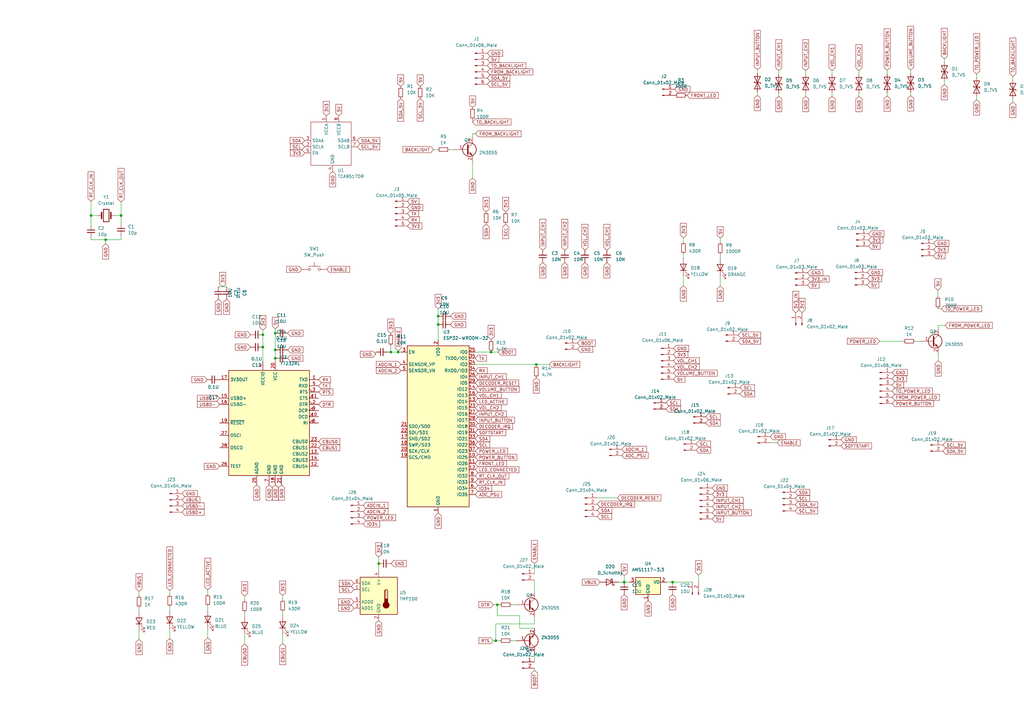
<source format=kicad_sch>
(kicad_sch (version 20230121) (generator eeschema)
  (paper "A3")
  (junction (at 203.327 262.763))
  (junction (at 201.422 144.399))
  (junction (at 179.705 129.667))
  (junction (at 112.903 146.939))
  (junction (at 107.823 137.287))
  (junction (at 160.274 144.399))
  (junction (at 155.321 231.14))
  (junction (at 163.322 144.399))
  (junction (at 219.964 149.479))
  (junction (at 179.705 133.096))
  (junction (at 43.307 98.298))
  (junction (at 49.657 88.392))
  (junction (at 107.823 142.367))
  (junction (at 112.903 143.51))
  (junction (at 112.903 136.652))
  (junction (at 275.844 238.76))
  (junction (at 256.032 238.76))
  (junction (at 203.962 248.031))
  (junction (at 37.338 88.392))
  (wire (pts (xy 256.032 236.093) (xy 256.032 238.76)))
  (wire (pts (xy 115.951 263.906) (xy 115.951 260.096)))
  (wire (pts (xy 428.244 41.783) (xy 428.244 40.386)))
  (wire (pts (xy 441.325 65.786) (xy 441.325 67.31)))
  (wire (pts (xy 213.106 257.683) (xy 213.106 252.476)))
  (wire (pts (xy 160.274 144.399) (xy 163.322 144.399)))
  (wire (pts (xy 352.298 28.956) (xy 352.298 30.48)))
  (wire (pts (xy 275.844 238.76) (xy 283.972 238.76)))
  (wire (pts (xy 179.705 126.619) (xy 179.705 129.667)))
  (wire (pts (xy 341.249 39.497) (xy 341.249 38.1)))
  (wire (pts (xy 155.321 228.473) (xy 155.321 231.14)))
  (wire (pts (xy 400.558 30.353) (xy 400.558 31.877)))
  (wire (pts (xy 37.338 97.409) (xy 37.338 98.298)))
  (wire (pts (xy 49.657 96.774) (xy 49.657 98.298)))
  (wire (pts (xy 450.85 31.75) (xy 450.85 33.274)))
  (wire (pts (xy 100.33 246.126) (xy 100.33 244.475)))
  (wire (pts (xy 112.903 136.652) (xy 112.903 143.51)))
  (wire (pts (xy 193.802 50.038) (xy 193.802 49.149)))
  (wire (pts (xy 387.35 34.671) (xy 387.35 33.274)))
  (wire (pts (xy 384.81 145.034) (xy 384.81 147.955)))
  (wire (pts (xy 37.338 88.392) (xy 39.751 88.392)))
  (wire (pts (xy 384.683 118.999) (xy 384.683 121.539)))
  (wire (pts (xy 92.964 117.602) (xy 89.535 117.602)))
  (wire (pts (xy 219.202 231.14) (xy 219.202 235.331)))
  (wire (pts (xy 107.823 137.287) (xy 107.823 142.367)))
  (wire (pts (xy 219.964 149.86) (xy 219.964 149.479)))
  (wire (pts (xy 115.951 252.476) (xy 115.951 250.952)))
  (wire (pts (xy 225.298 149.479) (xy 219.964 149.479)))
  (wire (pts (xy 193.802 66.421) (xy 193.802 73.025)))
  (wire (pts (xy 85.217 261.62) (xy 85.217 257.81)))
  (wire (pts (xy 387.35 24.13) (xy 387.35 25.654)))
  (wire (pts (xy 100.33 264.16) (xy 100.33 260.35)))
  (wire (pts (xy 280.289 99.187) (xy 280.289 97.536)))
  (wire (pts (xy 100.33 252.73) (xy 100.33 251.206)))
  (wire (pts (xy 203.327 255.905) (xy 219.202 255.905)))
  (wire (pts (xy 219.202 237.871) (xy 219.202 242.951)))
  (wire (pts (xy 43.307 99.949) (xy 43.307 98.298)))
  (wire (pts (xy 155.321 231.14) (xy 155.321 234.188)))
  (wire (pts (xy 69.596 250.444) (xy 69.596 248.92)))
  (wire (pts (xy 384.81 133.477) (xy 384.81 134.874)))
  (wire (pts (xy 203.962 248.031) (xy 204.851 248.031)))
  (wire (pts (xy 209.931 248.031) (xy 211.582 248.031)))
  (wire (pts (xy 258.191 238.76) (xy 256.032 238.76)))
  (wire (pts (xy 43.307 98.298) (xy 37.338 98.298)))
  (wire (pts (xy 49.657 91.694) (xy 49.657 88.392)))
  (wire (pts (xy 107.823 135.382) (xy 107.823 137.287)))
  (wire (pts (xy 193.802 56.261) (xy 193.802 54.864)))
  (wire (pts (xy 85.217 243.586) (xy 85.217 241.935)))
  (wire (pts (xy 373.507 39.243) (xy 373.507 37.846)))
  (wire (pts (xy 203.962 248.031) (xy 203.962 252.476)))
  (wire (pts (xy 159.131 144.399) (xy 160.274 144.399)))
  (wire (pts (xy 37.338 88.392) (xy 37.338 82.55)))
  (wire (pts (xy 465.963 76.581) (xy 465.963 75.184)))
  (wire (pts (xy 415.417 31.369) (xy 415.417 32.893)))
  (wire (pts (xy 115.951 245.872) (xy 115.951 244.221)))
  (wire (pts (xy 286.512 235.839) (xy 286.512 238.76)))
  (wire (pts (xy 352.298 39.497) (xy 352.298 38.1)))
  (wire (pts (xy 112.903 143.51) (xy 112.903 146.939)))
  (wire (pts (xy 219.964 149.479) (xy 194.945 149.479)))
  (wire (pts (xy 179.705 133.096) (xy 179.705 139.319)))
  (wire (pts (xy 373.507 28.702) (xy 373.507 30.226)))
  (wire (pts (xy 330.454 39.497) (xy 330.454 38.1)))
  (wire (pts (xy 69.596 243.84) (xy 69.596 242.189)))
  (wire (pts (xy 275.844 238.76) (xy 273.431 238.76)))
  (wire (pts (xy 219.202 253.111) (xy 219.202 255.905)))
  (wire (pts (xy 160.274 141.859) (xy 160.274 144.399)))
  (wire (pts (xy 203.327 262.763) (xy 204.851 262.763)))
  (wire (pts (xy 85.217 250.19) (xy 85.217 248.666)))
  (wire (pts (xy 219.202 271.526) (xy 219.202 267.843)))
  (wire (pts (xy 49.657 88.392) (xy 49.657 82.804)))
  (wire (pts (xy 193.802 54.864) (xy 195.072 54.864)))
  (wire (pts (xy 319.405 28.956) (xy 319.405 30.48)))
  (wire (pts (xy 57.023 262.255) (xy 57.023 258.445)))
  (wire (pts (xy 202.311 262.763) (xy 203.327 262.763)))
  (wire (pts (xy 428.244 31.242) (xy 428.244 32.766)))
  (wire (pts (xy 315.849 181.61) (xy 318.77 181.61)))
  (wire (pts (xy 154.051 145.288) (xy 154.051 144.399)))
  (wire (pts (xy 112.903 146.939) (xy 112.903 148.082)))
  (wire (pts (xy 330.454 28.956) (xy 330.454 30.48)))
  (wire (pts (xy 295.402 105.918) (xy 295.402 104.394)))
  (wire (pts (xy 256.032 238.76) (xy 253.746 238.76)))
  (wire (pts (xy 363.855 28.829) (xy 363.855 30.353)))
  (wire (pts (xy 439.674 31.496) (xy 439.674 33.02)))
  (wire (pts (xy 203.327 255.905) (xy 203.327 262.763)))
  (wire (pts (xy 465.963 66.04) (xy 465.963 67.564)))
  (wire (pts (xy 280.289 105.791) (xy 280.289 104.267)))
  (wire (pts (xy 295.402 117.348) (xy 295.402 113.538)))
  (wire (pts (xy 201.422 144.399) (xy 194.945 144.399)))
  (wire (pts (xy 177.8 61.341) (xy 179.324 61.341)))
  (wire (pts (xy 384.81 133.477) (xy 387.604 133.477)))
  (wire (pts (xy 441.325 76.327) (xy 441.325 74.93)))
  (wire (pts (xy 375.412 139.954) (xy 377.19 139.954)))
  (wire (pts (xy 280.289 117.221) (xy 280.289 113.411)))
  (wire (pts (xy 57.023 244.221) (xy 57.023 242.57)))
  (wire (pts (xy 310.642 39.116) (xy 310.642 37.719)))
  (wire (pts (xy 202.311 248.031) (xy 203.962 248.031)))
  (wire (pts (xy 450.85 42.291) (xy 450.85 40.894)))
  (wire (pts (xy 107.823 142.367) (xy 107.823 148.082)))
  (wire (pts (xy 69.596 261.874) (xy 69.596 258.064)))
  (wire (pts (xy 386.08 126.619) (xy 384.683 126.619)))
  (wire (pts (xy 452.501 66.04) (xy 452.501 67.564)))
  (wire (pts (xy 179.705 129.667) (xy 179.705 133.096)))
  (wire (pts (xy 400.558 40.894) (xy 400.558 39.497)))
  (wire (pts (xy 310.642 28.575) (xy 310.642 30.099)))
  (wire (pts (xy 415.417 41.91) (xy 415.417 40.513)))
  (wire (pts (xy 112.903 134.874) (xy 112.903 136.652)))
  (wire (pts (xy 219.202 274.955) (xy 219.202 274.066)))
  (wire (pts (xy 319.405 39.497) (xy 319.405 38.1)))
  (wire (pts (xy 477.139 66.294) (xy 477.139 67.818)))
  (wire (pts (xy 244.983 204.216) (xy 253.238 204.216)))
  (wire (pts (xy 295.402 99.314) (xy 295.402 97.663)))
  (wire (pts (xy 204.216 144.399) (xy 201.422 144.399)))
  (wire (pts (xy 477.139 76.835) (xy 477.139 75.438)))
  (wire (pts (xy 203.962 252.476) (xy 213.106 252.476)))
  (wire (pts (xy 184.404 61.341) (xy 186.182 61.341)))
  (wire (pts (xy 163.322 143.891) (xy 163.322 144.399)))
  (wire (pts (xy 49.657 98.298) (xy 43.307 98.298)))
  (wire (pts (xy 341.249 28.956) (xy 341.249 30.48)))
  (wire (pts (xy 363.855 39.37) (xy 363.855 37.973)))
  (wire (pts (xy 439.674 42.037) (xy 439.674 40.64)))
  (wire (pts (xy 57.023 250.825) (xy 57.023 249.301)))
  (wire (pts (xy 47.371 88.392) (xy 49.657 88.392)))
  (wire (pts (xy 452.501 76.581) (xy 452.501 75.184)))
  (wire (pts (xy 163.322 144.399) (xy 164.465 144.399)))
  (wire (pts (xy 219.202 257.683) (xy 213.106 257.683)))
  (wire (pts (xy 360.807 139.954) (xy 370.332 139.954)))
  (wire (pts (xy 209.931 262.763) (xy 211.582 262.763)))
  (wire (pts (xy 37.338 92.329) (xy 37.338 88.392)))
  (global_label "VOL_CH1" (shape input) (at 248.92 102.616 90) (property "Intersheetrefs" "${INTERSHEET_REFS}" (effects hide)))
  (global_label "INPUT_CH1" (shape input) (at 319.405 28.956 90) (property "Intersheetrefs" "${INTERSHEET_REFS}" (effects hide)))
  (global_label "GND" (shape input) (at 69.596 261.874 270) (property "Intersheetrefs" "${INTERSHEET_REFS}" (effects hide)))
  (global_label "TO_BACKLIGHT" (shape input) (at 199.898 26.924 0) (property "Intersheetrefs" "${INTERSHEET_REFS}" (effects hide)))
  (global_label "GND" (shape input) (at 105.283 198.882 270) (property "Intersheetrefs" "${INTERSHEET_REFS}" (effects hide)))
  (global_label "3V3" (shape input) (at 133.858 47.498 90) (property "Intersheetrefs" "${INTERSHEET_REFS}" (effects hide)))
  (global_label "SDA" (shape input) (at 244.983 209.296 0) (property "Intersheetrefs" "${INTERSHEET_REFS}" (effects hide)))
  (global_label "INPUT_CH1" (shape input) (at 194.945 154.559 0) (property "Intersheetrefs" "${INTERSHEET_REFS}" (effects hide)))
  (global_label "ADCIN_1" (shape input) (at 255.016 184.277 0) (property "Intersheetrefs" "${INTERSHEET_REFS}" (effects hide)))
  (global_label "SDA_5V" (shape input) (at 146.558 57.658 0) (property "Intersheetrefs" "${INTERSHEET_REFS}" (effects hide)))
  (global_label "5V" (shape input) (at 164.338 35.433 90) (property "Intersheetrefs" "${INTERSHEET_REFS}" (effects hide)))
  (global_label "3V3" (shape input) (at 276.225 145.415 0) (property "Intersheetrefs" "${INTERSHEET_REFS}" (effects hide)))
  (global_label "USBD+" (shape input) (at 441.325 65.786 90) (property "Intersheetrefs" "${INTERSHEET_REFS}" (effects hide)))
  (global_label "RX" (shape input) (at 167.132 90.17 0) (property "Intersheetrefs" "${INTERSHEET_REFS}" (effects hide)))
  (global_label "ADC_PSU" (shape input) (at 194.945 202.819 0) (property "Intersheetrefs" "${INTERSHEET_REFS}" (effects hide)))
  (global_label "GND" (shape input) (at 236.855 143.256 0) (property "Intersheetrefs" "${INTERSHEET_REFS}" (effects hide)))
  (global_label "SOFTSTART" (shape input) (at 194.945 177.419 0) (property "Intersheetrefs" "${INTERSHEET_REFS}" (effects hide)))
  (global_label "USBD+" (shape input) (at 74.676 210.058 0) (property "Intersheetrefs" "${INTERSHEET_REFS}" (effects hide)))
  (global_label "VOL_CH1" (shape input) (at 194.945 162.179 0) (property "Intersheetrefs" "${INTERSHEET_REFS}" (effects hide)))
  (global_label "5V" (shape input) (at 172.339 35.433 90) (property "Intersheetrefs" "${INTERSHEET_REFS}" (effects hide)))
  (global_label "DTR" (shape input) (at 202.311 248.031 180) (property "Intersheetrefs" "${INTERSHEET_REFS}" (effects hide)))
  (global_label "5V" (shape input) (at 365.887 157.861 0) (property "Intersheetrefs" "${INTERSHEET_REFS}" (effects hide)))
  (global_label "INPUT_BUTTON" (shape input) (at 310.642 28.575 90) (property "Intersheetrefs" "${INTERSHEET_REFS}" (effects hide)))
  (global_label "DECODER_IRQ" (shape input) (at 194.945 174.879 0) (property "Intersheetrefs" "${INTERSHEET_REFS}" (effects hide)))
  (global_label "CBUS1" (shape input) (at 130.683 183.642 0) (property "Intersheetrefs" "${INTERSHEET_REFS}" (effects hide)))
  (global_label "SDA" (shape input) (at 303.53 161.544 0) (property "Intersheetrefs" "${INTERSHEET_REFS}" (effects hide)))
  (global_label "3V3" (shape input) (at 365.887 155.321 0) (property "Intersheetrefs" "${INTERSHEET_REFS}" (effects hide)))
  (global_label "RX" (shape input) (at 130.683 155.702 0) (property "Intersheetrefs" "${INTERSHEET_REFS}" (effects hide)))
  (global_label "ADCIN_1" (shape input) (at 148.971 207.264 0) (property "Intersheetrefs" "${INTERSHEET_REFS}" (effects hide)))
  (global_label "3V3" (shape input) (at 107.823 135.382 90) (property "Intersheetrefs" "${INTERSHEET_REFS}" (effects hide)))
  (global_label "GND" (shape input) (at 373.507 39.243 270) (property "Intersheetrefs" "${INTERSHEET_REFS}" (effects hide)))
  (global_label "BOOT" (shape input) (at 204.216 144.399 0) (property "Intersheetrefs" "${INTERSHEET_REFS}" (effects hide)))
  (global_label "RT_CLK_IN" (shape input) (at 194.945 197.739 0) (property "Intersheetrefs" "${INTERSHEET_REFS}" (effects hide)))
  (global_label "3V3" (shape input) (at 124.968 62.738 180) (property "Intersheetrefs" "${INTERSHEET_REFS}" (effects hide)))
  (global_label "RX" (shape input) (at 194.945 152.019 0) (property "Intersheetrefs" "${INTERSHEET_REFS}" (effects hide)))
  (global_label "SCL" (shape input) (at 326.136 204.47 0) (property "Intersheetrefs" "${INTERSHEET_REFS}" (effects hide)))
  (global_label "5V" (shape input) (at 292.1 212.852 0) (property "Intersheetrefs" "${INTERSHEET_REFS}" (effects hide)))
  (global_label "GND" (shape input) (at 117.983 136.652 0) (property "Intersheetrefs" "${INTERSHEET_REFS}" (effects hide)))
  (global_label "GND" (shape input) (at 276.225 142.875 0) (property "Intersheetrefs" "${INTERSHEET_REFS}" (effects hide)))
  (global_label "SDA" (shape input) (at 199.39 91.948 270) (property "Intersheetrefs" "${INTERSHEET_REFS}" (effects hide)))
  (global_label "GND" (shape input) (at 57.023 262.255 270) (property "Intersheetrefs" "${INTERSHEET_REFS}" (effects hide)))
  (global_label "VBUS" (shape input) (at 74.676 204.978 0) (property "Intersheetrefs" "${INTERSHEET_REFS}" (effects hide)))
  (global_label "3V3" (shape input) (at 91.313 117.602 90) (property "Intersheetrefs" "${INTERSHEET_REFS}" (effects hide)))
  (global_label "3V3_IN" (shape input) (at 326.39 128.27 90) (property "Intersheetrefs" "${INTERSHEET_REFS}" (effects hide)))
  (global_label "5V" (shape input) (at 439.674 31.496 90) (property "Intersheetrefs" "${INTERSHEET_REFS}" (effects hide)))
  (global_label "GND" (shape input) (at 275.844 243.84 270) (property "Intersheetrefs" "${INTERSHEET_REFS}" (effects hide)))
  (global_label "RTS" (shape input) (at 202.311 262.763 180) (property "Intersheetrefs" "${INTERSHEET_REFS}" (effects hide)))
  (global_label "BOOT" (shape input) (at 236.855 140.716 0) (property "Intersheetrefs" "${INTERSHEET_REFS}" (effects hide)))
  (global_label "SDA_5V" (shape input) (at 465.963 66.04 90) (property "Intersheetrefs" "${INTERSHEET_REFS}" (effects hide)))
  (global_label "GND" (shape input) (at 199.898 21.844 0) (property "Intersheetrefs" "${INTERSHEET_REFS}" (effects hide)))
  (global_label "VOL_CH1" (shape input) (at 341.249 28.956 90) (property "Intersheetrefs" "${INTERSHEET_REFS}" (effects hide)))
  (global_label "GND" (shape input) (at 90.043 191.262 180) (property "Intersheetrefs" "${INTERSHEET_REFS}" (effects hide)))
  (global_label "INPUT_CH2" (shape input) (at 231.648 102.616 90) (property "Intersheetrefs" "${INTERSHEET_REFS}" (effects hide)))
  (global_label "INPUT_CH1" (shape input) (at 292.1 205.232 0) (property "Intersheetrefs" "${INTERSHEET_REFS}" (effects hide)))
  (global_label "5V" (shape input) (at 256.032 236.093 90) (property "Intersheetrefs" "${INTERSHEET_REFS}" (effects hide)))
  (global_label "5V" (shape input) (at 199.898 24.384 0) (property "Intersheetrefs" "${INTERSHEET_REFS}" (effects hide)))
  (global_label "POWER_LED" (shape input) (at 148.971 212.344 0) (property "Intersheetrefs" "${INTERSHEET_REFS}" (effects hide)))
  (global_label "INPUT_CH2" (shape input) (at 330.454 28.956 90) (property "Intersheetrefs" "${INTERSHEET_REFS}" (effects hide)))
  (global_label "3V3" (shape input) (at 356.235 98.425 0) (property "Intersheetrefs" "${INTERSHEET_REFS}" (effects hide)))
  (global_label "GND" (shape input) (at 222.631 107.696 270) (property "Intersheetrefs" "${INTERSHEET_REFS}" (effects hide)))
  (global_label "GND" (shape input) (at 89.535 122.682 270) (property "Intersheetrefs" "${INTERSHEET_REFS}" (effects hide)))
  (global_label "RT_CLK_OUT" (shape input) (at 194.945 195.199 0) (property "Intersheetrefs" "${INTERSHEET_REFS}" (effects hide)))
  (global_label "ENABLE" (shape input) (at 219.202 231.14 90) (property "Intersheetrefs" "${INTERSHEET_REFS}" (effects hide)))
  (global_label "LED_CONNECTED" (shape input) (at 69.596 242.189 90) (property "Intersheetrefs" "${INTERSHEET_REFS}" (effects hide)))
  (global_label "TO_BACKLIGHT" (shape input) (at 193.802 50.038 0) (property "Intersheetrefs" "${INTERSHEET_REFS}" (effects hide)))
  (global_label "SCL" (shape input) (at 289.433 170.942 0) (property "Intersheetrefs" "${INTERSHEET_REFS}" (effects hide)))
  (global_label "5V" (shape input) (at 331.216 116.967 0) (property "Intersheetrefs" "${INTERSHEET_REFS}" (effects hide)))
  (global_label "5V" (shape input) (at 112.903 134.874 90) (property "Intersheetrefs" "${INTERSHEET_REFS}" (effects hide)))
  (global_label "RTS" (shape input) (at 130.683 160.782 0) (property "Intersheetrefs" "${INTERSHEET_REFS}" (effects hide)))
  (global_label "5V" (shape input) (at 167.132 82.55 0) (property "Intersheetrefs" "${INTERSHEET_REFS}" (effects hide)))
  (global_label "3V3" (shape input) (at 179.705 126.619 90) (property "Intersheetrefs" "${INTERSHEET_REFS}" (effects hide)))
  (global_label "DECODER_IRQ" (shape input) (at 244.983 206.756 0) (property "Intersheetrefs" "${INTERSHEET_REFS}" (effects hide)))
  (global_label "3V3" (shape input) (at 115.951 244.221 90) (property "Intersheetrefs" "${INTERSHEET_REFS}" (effects hide)))
  (global_label "GND" (shape input) (at 365.887 152.781 0) (property "Intersheetrefs" "${INTERSHEET_REFS}" (effects hide)))
  (global_label "GND" (shape input) (at 154.051 145.288 180) (property "Intersheetrefs" "${INTERSHEET_REFS}" (effects hide)))
  (global_label "GND" (shape input) (at 319.405 39.497 270) (property "Intersheetrefs" "${INTERSHEET_REFS}" (effects hide)))
  (global_label "3V3" (shape input) (at 286.512 235.839 90) (property "Intersheetrefs" "${INTERSHEET_REFS}" (effects hide)))
  (global_label "TX" (shape input) (at 130.683 158.242 0) (property "Intersheetrefs" "${INTERSHEET_REFS}" (effects hide)))
  (global_label "SDA_5V" (shape input) (at 302.768 139.954 0) (property "Intersheetrefs" "${INTERSHEET_REFS}" (effects hide)))
  (global_label "DECODER_RESET" (shape input) (at 194.945 157.099 0) (property "Intersheetrefs" "${INTERSHEET_REFS}" (effects hide)))
  (global_label "GND" (shape input) (at 167.132 85.09 0) (property "Intersheetrefs" "${INTERSHEET_REFS}" (effects hide)))
  (global_label "SDA_5V" (shape input) (at 164.338 40.513 270) (property "Intersheetrefs" "${INTERSHEET_REFS}" (effects hide)))
  (global_label "CBUS1" (shape input) (at 115.951 263.906 270) (property "Intersheetrefs" "${INTERSHEET_REFS}" (effects hide)))
  (global_label "GND" (shape input) (at 184.785 133.096 0) (property "Intersheetrefs" "${INTERSHEET_REFS}" (effects hide)))
  (global_label "GND" (shape input) (at 74.676 202.438 0) (property "Intersheetrefs" "${INTERSHEET_REFS}" (effects hide)))
  (global_label "RT_CLK_IN" (shape input) (at 37.338 82.55 90) (property "Intersheetrefs" "${INTERSHEET_REFS}" (effects hide)))
  (global_label "FROM_POWER_LED" (shape input) (at 365.887 162.941 0) (property "Intersheetrefs" "${INTERSHEET_REFS}" (effects hide)))
  (global_label "TX" (shape input) (at 167.132 87.63 0) (property "Intersheetrefs" "${INTERSHEET_REFS}" (effects hide)))
  (global_label "ADCIN_2" (shape input) (at 148.971 209.804 0) (property "Intersheetrefs" "${INTERSHEET_REFS}" (effects hide)))
  (global_label "SCL" (shape input) (at 303.53 159.004 0) (property "Intersheetrefs" "${INTERSHEET_REFS}" (effects hide)))
  (global_label "TO_POWER_LED" (shape input) (at 400.558 30.353 90) (property "Intersheetrefs" "${INTERSHEET_REFS}" (effects hide)))
  (global_label "SCL" (shape input) (at 124.968 60.198 180) (property "Intersheetrefs" "${INTERSHEET_REFS}" (effects hide)))
  (global_label "IO34" (shape input) (at 148.971 214.884 0) (property "Intersheetrefs" "${INTERSHEET_REFS}" (effects hide)))
  (global_label "GND" (shape input) (at 110.363 198.882 270) (property "Intersheetrefs" "${INTERSHEET_REFS}" (effects hide)))
  (global_label "FRONT_LED" (shape input) (at 194.945 190.119 0) (property "Intersheetrefs" "${INTERSHEET_REFS}" (effects hide)))
  (global_label "3V3" (shape input) (at 450.85 31.75 90) (property "Intersheetrefs" "${INTERSHEET_REFS}" (effects hide)))
  (global_label "FRONT_LED" (shape input) (at 281.813 39.116 0) (property "Intersheetrefs" "${INTERSHEET_REFS}" (effects hide)))
  (global_label "VOLUME_BUTTON" (shape input) (at 276.225 153.035 0) (property "Intersheetrefs" "${INTERSHEET_REFS}" (effects hide)))
  (global_label "TO_POWER_LED" (shape input) (at 365.887 160.401 0) (property "Intersheetrefs" "${INTERSHEET_REFS}" (effects hide)))
  (global_label "SCL_5V" (shape input) (at 146.558 60.198 0) (property "Intersheetrefs" "${INTERSHEET_REFS}" (effects hide)))
  (global_label "ADCIN_1" (shape input) (at 164.465 149.479 180) (property "Intersheetrefs" "${INTERSHEET_REFS}" (effects hide)))
  (global_label "GND" (shape input) (at 43.307 99.949 270) (property "Intersheetrefs" "${INTERSHEET_REFS}" (effects hide)))
  (global_label "GND" (shape input) (at 184.785 129.667 0) (property "Intersheetrefs" "${INTERSHEET_REFS}" (effects hide)))
  (global_label "VOL_CH2" (shape input) (at 276.225 150.495 0) (property "Intersheetrefs" "${INTERSHEET_REFS}" (effects hide)))
  (global_label "POWER_BUTTON" (shape input) (at 365.887 165.481 0) (property "Intersheetrefs" "${INTERSHEET_REFS}" (effects hide)))
  (global_label "GND" (shape input) (at 292.1 200.152 0) (property "Intersheetrefs" "${INTERSHEET_REFS}" (effects hide)))
  (global_label "INPUT_CH2" (shape input) (at 292.1 207.772 0) (property "Intersheetrefs" "${INTERSHEET_REFS}" (effects hide)))
  (global_label "GND" (shape input) (at 112.903 198.882 270) (property "Intersheetrefs" "${INTERSHEET_REFS}" (effects hide)))
  (global_label "GND" (shape input) (at 344.932 180.34 0) (property "Intersheetrefs" "${INTERSHEET_REFS}" (effects hide)))
  (global_label "GND" (shape input) (at 382.905 99.822 0) (property "Intersheetrefs" "${INTERSHEET_REFS}" (effects hide)))
  (global_label "5V" (shape input) (at 355.727 116.84 0) (property "Intersheetrefs" "${INTERSHEET_REFS}" (effects hide)))
  (global_label "GND" (shape input) (at 363.855 39.37 270) (property "Intersheetrefs" "${INTERSHEET_REFS}" (effects hide)))
  (global_label "SDA" (shape input) (at 194.945 179.959 0) (property "Intersheetrefs" "${INTERSHEET_REFS}" (effects hide)))
  (global_label "GND" (shape input) (at 280.289 117.221 270) (property "Intersheetrefs" "${INTERSHEET_REFS}" (effects hide)))
  (global_label "SCL" (shape input) (at 285.496 182.118 0) (property "Intersheetrefs" "${INTERSHEET_REFS}" (effects hide)))
  (global_label "SDA" (shape input) (at 285.496 184.658 0) (property "Intersheetrefs" "${INTERSHEET_REFS}" (effects hide)))
  (global_label "SCL" (shape input) (at 244.983 211.836 0) (property "Intersheetrefs" "${INTERSHEET_REFS}" (effects hide)))
  (global_label "SCL_5V" (shape input) (at 326.136 209.55 0) (property "Intersheetrefs" "${INTERSHEET_REFS}" (effects hide)))
  (global_label "VBUS" (shape input) (at 57.023 242.57 90) (property "Intersheetrefs" "${INTERSHEET_REFS}" (effects hide)))
  (global_label "GND" (shape input) (at 256.032 243.84 270) (property "Intersheetrefs" "${INTERSHEET_REFS}" (effects hide)))
  (global_label "SOFTSTART" (shape input) (at 344.932 182.88 0) (property "Intersheetrefs" "${INTERSHEET_REFS}" (effects hide)))
  (global_label "SDA" (shape input) (at 124.968 57.658 180) (property "Intersheetrefs" "${INTERSHEET_REFS}" (effects hide)))
  (global_label "FROM_POWER_LED" (shape input) (at 387.604 133.477 0) (property "Intersheetrefs" "${INTERSHEET_REFS}" (effects hide)))
  (global_label "5V" (shape input) (at 193.802 44.069 90) (property "Intersheetrefs" "${INTERSHEET_REFS}" (effects hide)))
  (global_label "GND" (shape input) (at 145.161 246.888 180) (property "Intersheetrefs" "${INTERSHEET_REFS}" (effects hide)))
  (global_label "GND" (shape input) (at 415.417 41.91 270) (property "Intersheetrefs" "${INTERSHEET_REFS}" (effects hide)))
  (global_label "BACKLIGHT" (shape input) (at 225.298 149.479 0) (property "Intersheetrefs" "${INTERSHEET_REFS}" (effects hide)))
  (global_label "GND" (shape input) (at 450.85 42.291 270) (property "Intersheetrefs" "${INTERSHEET_REFS}" (effects hide)))
  (global_label "POWER_BUTTON" (shape input) (at 363.855 28.829 90) (property "Intersheetrefs" "${INTERSHEET_REFS}" (effects hide)))
  (global_label "GND" (shape input) (at 145.161 249.428 180) (property "Intersheetrefs" "${INTERSHEET_REFS}" (effects hide)))
  (global_label "VBUS" (shape input) (at 246.126 238.76 180) (property "Intersheetrefs" "${INTERSHEET_REFS}" (effects hide)))
  (global_label "RT_CLK_OUT" (shape input) (at 49.657 82.804 90) (property "Intersheetrefs" "${INTERSHEET_REFS}" (effects hide)))
  (global_label "3V3" (shape input) (at 382.905 102.362 0) (property "Intersheetrefs" "${INTERSHEET_REFS}" (effects hide)))
  (global_label "GND" (shape input) (at 387.35 34.671 270) (property "Intersheetrefs" "${INTERSHEET_REFS}" (effects hide)))
  (global_label "GND" (shape input) (at 331.216 111.887 0) (property "Intersheetrefs" "${INTERSHEET_REFS}" (effects hide)))
  (global_label "TO_BACKLIGHT" (shape input) (at 415.417 31.369 90) (property "Intersheetrefs" "${INTERSHEET_REFS}" (effects hide)))
  (global_label "SCL_5V" (shape input) (at 172.339 40.513 270) (property "Intersheetrefs" "${INTERSHEET_REFS}" (effects hide)))
  (global_label "VOL_CH2" (shape input) (at 239.903 102.616 90) (property "Intersheetrefs" "${INTERSHEET_REFS}" (effects hide)))
  (global_label "SCL" (shape input) (at 207.391 91.948 270) (property "Intersheetrefs" "${INTERSHEET_REFS}" (effects hide)))
  (global_label "TO_POWER_LED" (shape input) (at 386.08 126.619 0) (property "Intersheetrefs" "${INTERSHEET_REFS}" (effects hide)))
  (global_label "GND" (shape input) (at 452.501 76.581 270) (property "Intersheetrefs" "${INTERSHEET_REFS}" (effects hide)))
  (global_label "GND" (shape input) (at 117.983 143.51 0) (property "Intersheetrefs" "${INTERSHEET_REFS}" (effects hide)))
  (global_label "GND" (shape input) (at 330.454 39.497 270) (property "Intersheetrefs" "${INTERSHEET_REFS}" (effects hide)))
  (global_label "LED_CONNECTED" (shape input) (at 194.945 192.659 0) (property "Intersheetrefs" "${INTERSHEET_REFS}" (effects hide)))
  (global_label "GND" (shape input) (at 465.963 76.581 270) (property "Intersheetrefs" "${INTERSHEET_REFS}" (effects hide)))
  (global_label "GND" (shape input) (at 92.964 122.682 270) (property "Intersheetrefs" "${INTERSHEET_REFS}" (effects hide)))
  (global_label "FRONT_LED" (shape input) (at 428.244 31.242 90) (property "Intersheetrefs" "${INTERSHEET_REFS}" (effects hide)))
  (global_label "5V" (shape input) (at 382.905 104.902 0) (property "Intersheetrefs" "${INTERSHEET_REFS}" (effects hide)))
  (global_label "3V3" (shape input) (at 201.422 139.319 90) (property "Intersheetrefs" "${INTERSHEET_REFS}" (effects hide)))
  (global_label "GND" (shape input) (at 219.964 154.94 270) (property "Intersheetrefs" "${INTERSHEET_REFS}" (effects hide)))
  (global_label "GND" (shape input) (at 102.743 137.287 180) (property "Intersheetrefs" "${INTERSHEET_REFS}" (effects hide)))
  (global_label "SDA" (shape input) (at 326.136 201.93 0) (property "Intersheetrefs" "${INTERSHEET_REFS}" (effects hide)))
  (global_label "3V3" (shape input) (at 100.33 244.475 90) (property "Intersheetrefs" "${INTERSHEET_REFS}" (effects hide)))
  (global_label "INPUT_BUTTON" (shape input) (at 292.1 210.312 0) (property "Intersheetrefs" "${INTERSHEET_REFS}" (effects hide)))
  (global_label "LED_ACTIVE" (shape input) (at 85.217 241.935 90) (property "Intersheetrefs" "${INTERSHEET_REFS}" (effects hide)))
  (global_label "3V3" (shape input) (at 167.132 92.71 0) (property "Intersheetrefs" "${INTERSHEET_REFS}" (effects hide)))
  (global_label "LED_ACTIVE" (shape input) (at 194.945 164.719 0) (property "Intersheetrefs" "${INTERSHEET_REFS}" (effects hide)))
  (global_label "DECODER_RESET" (shape input) (at 253.238 204.216 0) (property "Intersheetrefs" "${INTERSHEET_REFS}" (effects hide)))
  (global_label "GND" (shape input) (at 400.558 40.894 270) (property "Intersheetrefs" "${INTERSHEET_REFS}" (effects hide)))
  (global_label "3V3" (shape input) (at 207.391 86.868 90) (property "Intersheetrefs" "${INTERSHEET_REFS}" (effects hide)))
  (global_label "GND" (shape input) (at 85.217 261.62 270) (property "Intersheetrefs" "${INTERSHEET_REFS}" (effects hide)))
  (global_label "GND" (shape input) (at 117.983 146.939 0) (property "Intersheetrefs" "${INTERSHEET_REFS}" (effects hide)))
  (global_label "3V3_IN" (shape input) (at 331.216 114.427 0) (property "Intersheetrefs" "${INTERSHEET_REFS}" (effects hide)))
  (global_label "BACKLIGHT" (shape input) (at 177.8 61.341 180) (property "Intersheetrefs" "${INTERSHEET_REFS}" (effects hide)))
  (global_label "BOOT" (shape input) (at 219.202 274.955 270) (property "Intersheetrefs" "${INTERSHEET_REFS}" (effects hide)))
  (global_label "TX" (shape input) (at 194.945 146.939 0) (property "Intersheetrefs" "${INTERSHEET_REFS}" (effects hide)))
  (global_label "SCL" (shape input) (at 273.177 165.227 0) (property "Intersheetrefs" "${INTERSHEET_REFS}" (effects hide)))
  (global_label "GND" (shape input) (at 160.401 231.14 0) (property "Intersheetrefs" "${INTERSHEET_REFS}" (effects hide)))
  (global_label "VOL_CH2" (shape input) (at 352.298 28.956 90) (property "Intersheetrefs" "${INTERSHEET_REFS}" (effects hide)))
  (global_label "GND" (shape input) (at 248.92 107.696 270) (property "Intersheetrefs" "${INTERSHEET_REFS}" (effects hide)))
  (global_label "GND" (shape input) (at 341.249 39.497 270) (property "Intersheetrefs" "${INTERSHEET_REFS}" (effects hide)))
  (global_label "GND" (shape input) (at 84.963 155.702 180) (property "Intersheetrefs" "${INTERSHEET_REFS}" (effects hide)))
  (global_label "ENABLE" (shape input) (at 163.322 143.891 90) (property "Intersheetrefs" "${INTERSHEET_REFS}" (effects hide)))
  (global_label "3V3" (shape input) (at 155.321 228.473 90) (property "Intersheetrefs" "${INTERSHEET_REFS}" (effects hide)))
  (global_label "SDA" (shape input) (at 289.433 173.482 0) (property "Intersheetrefs" "${INTERSHEET_REFS}" (effects hide)))
  (global_label "GND" (shape input) (at 155.321 254.508 270) (property "Intersheetrefs" "${INTERSHEET_REFS}" (effects hide)))
  (global_label "SCL_5V" (shape input) (at 199.898 34.544 0) (property "Intersheetrefs" "${INTERSHEET_REFS}" (effects hide)))
  (global_label "GND" (shape input) (at 355.727 111.76 0) (property "Intersheetrefs" "${INTERSHEET_REFS}" (effects hide)))
  (global_label "CBUS0" (shape input) (at 130.683 181.102 0) (property "Intersheetrefs" "${INTERSHEET_REFS}" (effects hide)))
  (global_label "FROM_BACKLIGHT" (shape input) (at 195.072 54.864 0) (property "Intersheetrefs" "${INTERSHEET_REFS}" (effects hide)))
  (global_label "GND" (shape input) (at 439.674 42.037 270) (property "Intersheetrefs" "${INTERSHEET_REFS}" (effects hide)))
  (global_label "GND" (shape input) (at 136.398 70.358 270) (property "Intersheetrefs" "${INTERSHEET_REFS}" (effects hide)))
  (global_label "GND" (shape input) (at 315.849 179.07 0) (property "Intersheetrefs" "${INTERSHEET_REFS}" (effects hide)))
  (global_label "SCL_5V" (shape input) (at 302.768 137.414 0) (property "Intersheetrefs" "${INTERSHEET_REFS}" (effects hide)))
  (global_label "POWER_LED" (shape input) (at 194.945 185.039 0) (property "Intersheetrefs" "${INTERSHEET_REFS}" (effects hide)))
  (global_label "GND" (shape input) (at 477.139 76.835 270) (property "Intersheetrefs" "${INTERSHEET_REFS}" (effects hide)))
  (global_label "SCL_5V" (shape input) (at 477.139 66.294 90) (property "Intersheetrefs" "${INTERSHEET_REFS}" (effects hide)))
  (global_label "DTR" (shape input) (at 130.683 165.862 0) (property "Intersheetrefs" "${INTERSHEET_REFS}" (effects hide)))
  (global_label "SDA_5V" (shape input) (at 199.898 32.004 0) (property "Intersheetrefs" "${INTERSHEET_REFS}" (effects hide)))
  (global_label "SDA" (shape input) (at 145.161 239.268 180) (property "Intersheetrefs" "${INTERSHEET_REFS}" (effects hide)))
  (global_label "GND" (shape input) (at 193.802 73.025 270) (property "Intersheetrefs" "${INTERSHEET_REFS}" (effects hide)))
  (global_label "POWER_BUTTON" (shape input) (at 194.945 187.579 0) (property "Intersheetrefs" "${INTERSHEET_REFS}" (effects hide)))
  (global_label "VOLUME_BUTTON" (shape input) (at 194.945 159.639 0) (property "Intersheetrefs" "${INTERSHEET_REFS}" (effects hide)))
  (global_label "SDA_5V" (shape input) (at 386.715 185.039 0) (property "Intersheetrefs" "${INTERSHEET_REFS}" (effects hide)))
  (global_label "GND" (shape input) (at 276.733 36.576 0) (property "Intersheetrefs" "${INTERSHEET_REFS}" (effects hide)))
  (global_label "CBUS0" (shape input) (at 100.33 264.16 270) (property "Intersheetrefs" "${INTERSHEET_REFS}" (effects hide)))
  (global_label "ENABLE" (shape input) (at 318.77 181.61 0) (property "Intersheetrefs" "${INTERSHEET_REFS}" (effects hide)))
  (global_label "SCL" (shape input) (at 194.945 182.499 0) (property "Intersheetrefs" "${INTERSHEET_REFS}" (effects hide)))
  (global_label "GND" (shape input) (at 115.443 198.882 270) (property "Intersheetrefs" "${INTERSHEET_REFS}" (effects hide)))
  (global_label "BACKLIGHT" (shape input) (at 387.35 24.13 90) (property "Intersheetrefs" "${INTERSHEET_REFS}" (effects hide)))
  (global_label "INPUT_CH2" (shape input) (at 194.945 169.799 0) (property "Intersheetrefs" "${INTERSHEET_REFS}" (effects hide)))
  (global_label "GND" (shape input) (at 441.325 76.327 270) (property "Intersheetrefs" "${INTERSHEET_REFS}" (effects hide)))
  (global_label "GND" (shape input) (at 310.642 39.116 270) (property "Intersheetrefs" "${INTERSHEET_REFS}" (effects hide)))
  (global_label "3V3" (shape input) (at 199.39 86.868 90) (property "Intersheetrefs" "${INTERSHEET_REFS}" (effects hide)))
  (global_label "GND" (shape input) (at 428.244 41.783 270) (property "Intersheetrefs" "${INTERSHEET_REFS}" (effects hide)))
  (global_label "ADCIN_2" (shape input) (at 164.465 152.019 180) (property "Intersheetrefs" "${INTERSHEET_REFS}" (effects hide)))
  (global_label "SDA_5V" (shape input) (at 326.136 207.01 0) (property "Intersheetrefs" "${INTERSHEET_REFS}" (effects hide)))
  (global_label "3V3" (shape input) (at 160.274 136.779 90) (property "Intersheetrefs" "${INTERSHEET_REFS}" (effects hide)))
  (global_label "ADC_PSU" (shape input) (at 255.016 186.817 0) (property "Intersheetrefs" "${INTERSHEET_REFS}" (effects hide)))
  (global_label "POWER_LED" (shape input) (at 360.807 139.954 180) (property "Intersheetrefs" "${INTERSHEET_REFS}" (effects hide)))
  (global_label "GND" (shape input) (at 352.298 39.497 270) (property "Intersheetrefs" "${INTERSHEET_REFS}" (effects hide)))
  (global_label "USBD-" (shape input) (at 452.501 66.04 90) (property "Intersheetrefs" "${INTERSHEET_REFS}" (effects hide)))
  (global_label "3V3" (shape input) (at 328.93 128.27 90) (property "Intersheetrefs" "${INTERSHEET_REFS}" (effects hide)))
  (global_label "VOLUME_BUTTON" (shape input) (at 373.507 28.702 90) (property "Intersheetrefs" "${INTERSHEET_REFS}" (effects hide)))
  (global_label "GND" (shape input) (at 295.402 117.348 270) (property "Intersheetrefs" "${INTERSHEET_REFS}" (effects hide)))
  (global_label "3V3" (shape input) (at 292.1 202.692 0) (property "Intersheetrefs" "${INTERSHEET_REFS}" (effects hide)))
  (global_label "3V3" (shape input) (at 280.289 97.536 90) (property "Intersheetrefs" "${INTERSHEET_REFS}" (effects hide)))
  (global_label "GND" (shape input) (at 102.743 142.367 180) (property "Intersheetrefs" "${INTERSHEET_REFS}" (effects hide)))
  (global_label "VOL_CH1" (shape input) (at 276.225 147.955 0) (property "Intersheetrefs" "${INTERSHEET_REFS}" (effects hide)))
  (global_label "ENABLE" (shape input) (at 133.985 110.49 0) (property "Intersheetrefs" "${INTERSHEET_REFS}" (effects hide)))
  (global_label "SCL_5V" (shape input) (at 386.715 182.499 0) (property "Intersheetrefs" "${INTERSHEET_REFS}" (effects hide)))
  (global_label "5V" (shape input) (at 138.938 47.498 90) (property "Intersheetrefs" "${INTERSHEET_REFS}" (effects hide)))
  (global_label "5V" (shape input) (at 384.683 118.999 90) (property "Intersheetrefs" "${INTERSHEET_REFS}" (effects hide)))
  (global_label "USBD-" (shape input) (at 90.043 165.862 180) (property "Intersheetrefs" "${INTERSHEET_REFS}" (effects hide)))
  (global_label "GND" (shape input) (at 239.903 107.696 270) (property "Intersheetrefs" "${INTERSHEET_REFS}" (effects hide)))
  (global_label "GND" (shape input) (at 384.81 147.955 270) (property "Intersheetrefs" "${INTERSHEET_REFS}" (effects hide)))
  (global_label "SDA" (shape input) (at 273.177 167.767 0) (property "Intersheetrefs" "${INTERSHEET_REFS}" (effects hide)))
  (global_label "5V" (shape input) (at 295.402 97.663 90) (property "Intersheetrefs" "${INTERSHEET_REFS}" (effects hide)))
  (global_label "GND" (shape input) (at 123.825 110.49 180) (property "Intersheetrefs" "${INTERSHEET_REFS}" (effects hide)))
  (global_label "GND" (shape input) (at 179.705 210.439 270) (property "Intersheetrefs" "${INTERSHEET_REFS}" (effects hide)))
  (global_label "GND" (shape input) (at 356.235 95.885 0) (property "Intersheetrefs" "${INTERSHEET_REFS}" (effects hide)))
  (global_label "5V" (shape input) (at 276.225 155.575 0) (property "Intersheetrefs" "${INTERSHEET_REFS}" (effects hide)))
  (global_label "SCL" (shape input) (at 145.161 241.808 180) (property "Intersheetrefs" "${INTERSHEET_REFS}" (effects hide)))
  (global_label "USBD-" (shape input) (at 74.676 207.518 0) (property "Intersheetrefs" "${INTERSHEET_REFS}" (effects hide)))
  (global_label "GND" (shape input) (at 265.811 246.38 270) (property "Intersheetrefs" "${INTERSHEET_REFS}" (effects hide)))
  (global_label "FROM_BACKLIGHT" (shape input) (at 199.898 29.464 0) (property "Intersheetrefs" "${INTERSHEET_REFS}" (effects hide)))
  (global_label "5V" (shape input) (at 356.235 100.965 0) (property "Intersheetrefs" "${INTERSHEET_REFS}" (effects hide)))
  (global_label "3V3" (shape input) (at 355.727 114.3 0) (property "Intersheetrefs" "${INTERSHEET_REFS}" (effects hide)))
  (global_label "GND" (shape input) (at 231.648 107.696 270) (property "Intersheetrefs" "${INTERSHEET_REFS}" (effects hide)))
  (global_label "USBD+" (shape input) (at 90.043 163.322 180) (property "Intersheetrefs" "${INTERSHEET_REFS}" (effects hide)))
  (global_label "INPUT_BUTTON" (shape input) (at 194.945 172.339 0) (property "Intersheetrefs" "${INTERSHEET_REFS}" (effects hide)))
  (global_label "INPUT_CH1" (shape input) (at 222.631 102.616 90) (property "Intersheetrefs" "${INTERSHEET_REFS}" (effects hide)))
  (global_label "IO34" (shape input) (at 194.945 200.279 0) (property "Intersheetrefs" "${INTERSHEET_REFS}" (effects hide)))
  (global_label "VOL_CH2" (shape input) (at 194.945 167.259 0) (property "Intersheetrefs" "${INTERSHEET_REFS}" (effects hide)))
  (symbol (lib_id "Device:C_Small") (at 37.338 94.869 0) (unit 1)
    (property "Reference" "C2" (at 40.132 93.6052 0) (effects (justify left)))
    (property "Value" "10p" (at 40.132 96.1452 0) (effects (justify left)))
    (property "Footprint" "Capacitor_SMD:C_0603_1608Metric_Pad1.08x0.95mm_HandSolder" (effects hide))
  )
  (symbol (lib_id "Connector:Conn_01x02_Male") (at 339.852 180.34 0) (unit 1)
    (property "Reference" "J17" (at 340.487 175.514 0))
    (property "Value" "Conn_01x02_Male" (at 340.487 178.054 0))
    (property "Footprint" "Connector_JST:JST_PH_B2B-PH-K_1x02_P2.00mm_Vertical" (effects hide))
  )
  (symbol (lib_id "Device:LED") (at 115.951 256.286 90) (unit 1)
    (property "Reference" "D24" (at 118.872 256.6034 90) (effects (justify right)))
    (property "Value" "YELLOW" (at 118.872 259.1434 90) (effects (justify right)))
    (property "Footprint" "LED_SMD:LED_0805_2012Metric_Pad1.15x1.40mm_HandSolder" (effects hide))
    (property "LCSC" "XL-1608UBC-04" (effects hide))
  )
  (symbol (lib_id "Connector:Conn_01x04_Male") (at 143.891 209.804 0) (unit 1)
    (property "Reference" "J26" (at 144.526 201.93 0))
    (property "Value" "Conn_01x04_Male" (at 144.526 204.47 0))
    (property "Footprint" "Connector_PinHeader_2.54mm:PinHeader_1x04_P2.54mm_Vertical" (effects hide))
  )
  (symbol (lib_id "Connector:Conn_01x02_Male") (at 214.122 235.331 0) (unit 1)
    (property "Reference" "J27" (at 214.757 229.743 0))
    (property "Value" "Conn_01x02_Male" (at 214.757 232.283 0))
    (property "Footprint" "Connector_PinHeader_2.54mm:PinHeader_1x02_P2.54mm_Vertical" (effects hide))
  )
  (symbol (lib_id "Connector:Conn_01x02_Male") (at 283.972 243.84 90) (unit 1)
    (property "Reference" "J28" (at 288.417 241.9349 90) (effects (justify right)))
    (property "Value" "Conn_01x02_Male" (at 288.417 244.4749 90) (effects (justify right)))
    (property "Footprint" "Connector_PinHeader_2.54mm:PinHeader_1x02_P2.54mm_Vertical" (effects hide))
  )
  (symbol (lib_id "Mechanical:MountingHole") (at 463.931 33.909 0) (unit 1)
    (property "Reference" "H3" (at 466.471 32.6389 0) (effects (justify left)))
    (property "Value" "MountingHole" (at 466.471 35.1789 0) (effects (justify left)))
    (property "Footprint" "MountingHole:MountingHole_3.2mm_M3" (effects hide))
  )
  (symbol (lib_id "Transistor_BJT:2N3055") (at 216.662 248.031 0) (unit 1)
    (property "Reference" "Q3" (at 215.773 244.094 0) (effects (justify left)))
    (property "Value" "2N3055" (at 221.869 249.3009 0) (effects (justify left)))
    (property "Footprint" "Package_TO_SOT_SMD:TSOT-23" (effects hide))
    (property "Datasheet" "http://www.onsemi.com/pub_link/Collateral/2N3055-D.PDF" (effects hide))
  )
  (symbol (lib_id "RF_Module:ESP32-WROOM-32") (at 179.705 174.879 0) (unit 1)
    (property "Reference" "U3" (at 181.7244 136.144 0) (effects (justify left)))
    (property "Value" "ESP32-WROOM-32" (at 181.7244 138.684 0) (effects (justify left)))
    (property "Footprint" "Espressif:ESP32-WROOM-32UE" (effects hide))
    (property "Datasheet" "https://www.espressif.com/sites/default/files/documentation/esp32-wroom-32_datasheet_en.pdf" (effects hide))
  )
  (symbol (lib_id "Device:D_TVS") (at 373.507 34.036 90) (unit 1)
    (property "Reference" "D3" (at 376.428 32.7659 90) (effects (justify right)))
    (property "Value" "D_TVS" (at 376.428 35.3059 90) (effects (justify right)))
    (property "Footprint" "Diode_SMD:D_SOD-523" (effects hide))
  )
  (symbol (lib_id "Device:D_TVS") (at 450.85 37.084 90) (unit 1)
    (property "Reference" "D13" (at 453.771 35.8139 90) (effects (justify right)))
    (property "Value" "D_TVS" (at 453.771 38.3539 90) (effects (justify right)))
    (property "Footprint" "Diode_SMD:D_SOD-523" (effects hide))
  )
  (symbol (lib_id "Device:R_Small") (at 201.422 141.859 0) (unit 1)
    (property "Reference" "R13" (at 203.454 140.5889 0) (effects (justify left)))
    (property "Value" "4.7K" (at 203.454 143.1289 0) (effects (justify left)))
    (property "Footprint" "Resistor_SMD:R_0603_1608Metric_Pad0.98x0.95mm_HandSolder" (effects hide))
  )
  (symbol (lib_id "Device:D_TVS") (at 400.558 35.687 90) (unit 1)
    (property "Reference" "D9" (at 403.479 34.4169 90) (effects (justify right)))
    (property "Value" "D_TVS" (at 403.479 36.9569 90) (effects (justify right)))
    (property "Footprint" "Diode_SMD:D_SOD-523" (effects hide))
  )
  (symbol (lib_id "Device:D_TVS") (at 319.405 34.29 90) (unit 1)
    (property "Reference" "D5" (at 322.326 33.0199 90) (effects (justify right)))
    (property "Value" "D_TVS" (at 322.326 35.5599 90) (effects (justify right)))
    (property "Footprint" "Diode_SMD:D_SOD-523" (effects hide))
  )
  (symbol (lib_id "Connector:Conn_01x06_Male") (at 194.818 26.924 0) (unit 1)
    (property "Reference" "J1" (at 195.453 16.002 0))
    (property "Value" "Conn_01x06_Male" (at 195.453 18.542 0))
    (property "Footprint" "Connector_JST:JST_PH_B6B-PH-K_1x06_P2.00mm_Vertical" (effects hide))
  )
  (symbol (lib_id "Device:D_TVS") (at 452.501 71.374 90) (unit 1)
    (property "Reference" "D15" (at 455.422 70.1039 90) (effects (justify right)))
    (property "Value" "D_TVS" (at 455.422 72.6439 90) (effects (justify right)))
    (property "Footprint" "Diode_SMD:D_SOD-523" (effects hide))
  )
  (symbol (lib_id "Device:R_Small") (at 100.33 248.666 0) (unit 1)
    (property "Reference" "R20" (at 102.489 247.3959 0) (effects (justify left)))
    (property "Value" "100R" (at 102.489 249.9359 0) (effects (justify left)))
    (property "Footprint" "Resistor_SMD:R_0603_1608Metric_Pad0.98x0.95mm_HandSolder" (effects hide))
  )
  (symbol (lib_id "Connector:Conn_01x02_Male") (at 297.688 137.414 0) (unit 1)
    (property "Reference" "J9" (at 298.323 132.588 0))
    (property "Value" "Conn_01x02_Male" (at 298.323 135.128 0))
    (property "Footprint" "Connector_JST:JST_PH_B2B-PH-K_1x02_P2.00mm_Vertical" (effects hide))
  )
  (symbol (lib_id "Regulator_Linear:AMS1117-3.3") (at 265.811 238.76 0) (unit 1)
    (property "Reference" "U4" (at 265.811 231.14 0))
    (property "Value" "AMS1117-3.3" (at 265.811 233.68 0))
    (property "Footprint" "Package_TO_SOT_SMD:SOT-223-3_TabPin2" (effects hide))
    (property "Datasheet" "http://www.advanced-monolithic.com/pdf/ds1117.pdf" (effects hide))
  )
  (symbol (lib_id "Device:R_Small") (at 199.39 89.408 0) (unit 1)
    (property "Reference" "R6" (at 201.93 86.8679 0) (effects (justify left)))
    (property "Value" "10K" (at 201.93 89.4079 0) (effects (justify left)))
    (property "Footprint" "Resistor_SMD:R_0603_1608Metric_Pad0.98x0.95mm_HandSolder" (effects hide))
  )
  (symbol (lib_id "Connector:Conn_01x02_Male") (at 310.769 179.07 0) (unit 1)
    (property "Reference" "J16" (at 311.404 174.244 0))
    (property "Value" "Conn_01x02_Male" (at 311.404 176.784 0))
    (property "Footprint" "Connector_JST:JST_PH_B2B-PH-K_1x02_P2.00mm_Vertical" (effects hide))
  )
  (symbol (lib_id "Device:D_TVS") (at 428.244 36.576 90) (unit 1)
    (property "Reference" "D10" (at 431.165 35.3059 90) (effects (justify right)))
    (property "Value" "D_TVS" (at 431.165 37.8459 90) (effects (justify right)))
    (property "Footprint" "Diode_SMD:D_SOD-523" (effects hide))
  )
  (symbol (lib_id "Device:R_Small") (at 85.217 246.126 0) (unit 1)
    (property "Reference" "R15" (at 87.376 244.8559 0) (effects (justify left)))
    (property "Value" "100R" (at 87.376 247.3959 0) (effects (justify left)))
    (property "Footprint" "Resistor_SMD:R_0603_1608Metric_Pad0.98x0.95mm_HandSolder" (effects hide))
  )
  (symbol (lib_id "Device:R_Small") (at 295.402 101.854 0) (unit 1)
    (property "Reference" "R9" (at 297.561 100.5839 0) (effects (justify left)))
    (property "Value" "1000R" (at 297.561 103.1239 0) (effects (justify left)))
    (property "Footprint" "Resistor_SMD:R_0603_1608Metric_Pad0.98x0.95mm_HandSolder" (effects hide))
  )
  (symbol (lib_id "Connector:Conn_01x02_Male") (at 214.122 271.526 0) (unit 1)
    (property "Reference" "J29" (at 214.757 265.938 0))
    (property "Value" "Conn_01x02_Male" (at 214.757 268.478 0))
    (property "Footprint" "Connector_PinHeader_2.54mm:PinHeader_1x02_P2.54mm_Vertical" (effects hide))
  )
  (symbol (lib_id "Device:D_Schottky") (at 249.936 238.76 180) (unit 1)
    (property "Reference" "D20" (at 250.2535 232.41 0))
    (property "Value" "D_Schottky" (at 250.2535 234.95 0))
    (property "Footprint" "Diode_SMD:D_SMA_Handsoldering" (effects hide))
  )
  (symbol (lib_id "Interface_USB:FT232RL") (at 110.363 173.482 0) (unit 1)
    (property "Reference" "U2" (at 114.9224 146.558 0) (effects (justify left)))
    (property "Value" "FT232RL" (at 114.9224 149.098 0) (effects (justify left)))
    (property "Footprint" "Package_SO:SSOP-28_5.3x10.2mm_P0.65mm" (effects hide))
    (property "Datasheet" "https://www.ftdichip.com/Support/Documents/DataSheets/ICs/DS_FT232R.pdf" (effects hide))
  )
  (symbol (lib_id "Device:D_TVS") (at 310.642 33.909 90) (unit 1)
    (property "Reference" "D2" (at 313.563 32.6389 90) (effects (justify right)))
    (property "Value" "D_TVS" (at 313.563 35.1789 90) (effects (justify right)))
    (property "Footprint" "Diode_SMD:D_SOD-523" (effects hide))
  )
  (symbol (lib_id "Device:R_Small") (at 172.339 37.973 0) (unit 1)
    (property "Reference" "R2" (at 174.498 36.7029 0) (effects (justify left)))
    (property "Value" "10K" (at 174.498 39.2429 0) (effects (justify left)))
    (property "Footprint" "Resistor_SMD:R_0603_1608Metric_Pad0.98x0.95mm_HandSolder" (effects hide))
  )
  (symbol (lib_id "Device:R_Small") (at 115.951 248.412 0) (unit 1)
    (property "Reference" "R19" (at 118.11 247.1419 0) (effects (justify left)))
    (property "Value" "430R" (at 118.11 249.6819 0) (effects (justify left)))
    (property "Footprint" "Resistor_SMD:R_0603_1608Metric_Pad0.98x0.95mm_HandSolder" (effects hide))
  )
  (symbol (lib_id "Connector:Conn_01x02_Male") (at 298.45 159.004 0) (unit 1)
    (property "Reference" "J13" (at 299.085 154.178 0))
    (property "Value" "Conn_01x02_Male" (at 299.085 156.718 0))
    (property "Footprint" "Connector_JST:JST_PH_B2B-PH-K_1x02_P2.00mm_Vertical" (effects hide))
  )
  (symbol (lib_id "Device:R_Small") (at 219.964 152.4 0) (unit 1)
    (property "Reference" "R14" (at 222.123 151.1299 0) (effects (justify left)))
    (property "Value" "4.7K" (at 222.123 153.6699 0) (effects (justify left)))
    (property "Footprint" "Resistor_SMD:R_0603_1608Metric_Pad0.98x0.95mm_HandSolder" (effects hide))
  )
  (symbol (lib_id "Device:D_TVS") (at 387.35 29.464 90) (unit 1)
    (property "Reference" "D1" (at 390.271 28.1939 90) (effects (justify right)))
    (property "Value" "D_TVS" (at 390.271 30.7339 90) (effects (justify right)))
    (property "Footprint" "Diode_SMD:D_SOD-523" (effects hide))
  )
  (symbol (lib_id "Device:C_Small") (at 231.648 105.156 180) (unit 1)
    (property "Reference" "C4" (at 235.2277 103.8795 0) (effects (justify right)))
    (property "Value" "10N" (at 235.2277 106.4195 0) (effects (justify right)))
    (property "Footprint" "Capacitor_SMD:C_0603_1608Metric_Pad1.08x0.95mm_HandSolder" (effects hide))
  )
  (symbol (lib_id "Mechanical:MountingHole") (at 464.058 38.862 0) (unit 1)
    (property "Reference" "H4" (at 466.598 37.5919 0) (effects (justify left)))
    (property "Value" "MountingHole" (at 466.598 40.1319 0) (effects (justify left)))
    (property "Footprint" "MountingHole:MountingHole_3.2mm_M3" (effects hide))
  )
  (symbol (lib_id "Connector:Conn_01x02_Male") (at 381.635 182.499 0) (unit 1)
    (property "Reference" "J19" (at 382.27 177.673 0))
    (property "Value" "Conn_01x02_Male" (at 382.27 180.213 0))
    (property "Footprint" "Connector_JST:JST_PH_B2B-PH-K_1x02_P2.00mm_Vertical" (effects hide))
  )
  (symbol (lib_id "Device:LED") (at 85.217 254 90) (unit 1)
    (property "Reference" "D21" (at 88.138 254.3174 90) (effects (justify right)))
    (property "Value" "BLUE" (at 88.138 256.8574 90) (effects (justify right)))
    (property "Footprint" "LED_SMD:LED_0805_2012Metric_Pad1.15x1.40mm_HandSolder" (effects hide))
    (property "LCSC" "XL-1608UBC-04" (effects hide))
  )
  (symbol (lib_id "Device:R_Small") (at 69.596 246.38 0) (unit 1)
    (property "Reference" "R16" (at 71.755 245.1099 0) (effects (justify left)))
    (property "Value" "430R" (at 71.755 247.6499 0) (effects (justify left)))
    (property "Footprint" "Resistor_SMD:R_0603_1608Metric_Pad0.98x0.95mm_HandSolder" (effects hide))
  )
  (symbol (lib_id "Connector:Conn_01x03_Male") (at 326.136 114.427 0) (unit 1)
    (property "Reference" "J7" (at 326.771 106.934 0))
    (property "Value" "Conn_01x03_Male" (at 326.771 109.474 0))
    (property "Footprint" "Connector_JST:JST_PH_B3B-PH-K_1x03_P2.00mm_Vertical" (effects hide))
  )
  (symbol (lib_id "Device:C_Small") (at 239.903 105.156 180) (unit 1)
    (property "Reference" "C5" (at 243.4827 103.8795 0) (effects (justify right)))
    (property "Value" "10N" (at 243.4827 106.4195 0) (effects (justify right)))
    (property "Footprint" "Capacitor_SMD:C_0603_1608Metric_Pad1.08x0.95mm_HandSolder" (effects hide))
  )
  (symbol (lib_id "Connector:Conn_01x05_Male") (at 162.052 87.63 0) (unit 1)
    (property "Reference" "J3" (at 162.687 77.597 0))
    (property "Value" "Conn_01x05_Male" (at 162.687 80.137 0))
    (property "Footprint" "Connector_PinSocket_2.54mm:PinSocket_1x05_P2.54mm_Vertical" (effects hide))
  )
  (symbol (lib_id "Connector:Conn_01x02_Male") (at 231.775 140.716 0) (unit 1)
    (property "Reference" "J10" (at 232.41 135.89 0))
    (property "Value" "Conn_01x02_Male" (at 232.41 138.43 0))
    (property "Footprint" "Connector_PinHeader_2.54mm:PinHeader_1x02_P2.54mm_Vertical" (effects hide))
  )
  (symbol (lib_id "Connector:Conn_01x06_Male") (at 287.02 205.232 0) (unit 1)
    (property "Reference" "J24" (at 287.655 194.31 0))
    (property "Value" "Conn_01x06_Male" (at 287.655 196.85 0))
    (property "Footprint" "Connector_JST:JST_PH_B6B-PH-K_1x06_P2.00mm_Vertical" (effects hide))
  )
  (symbol (lib_id "Connector:Conn_01x03_Male") (at 350.647 114.3 0) (unit 1)
    (property "Reference" "J6" (at 351.282 106.807 0))
    (property "Value" "Conn_01x03_Male" (at 351.282 109.347 0))
    (property "Footprint" "Connector_PinHeader_2.54mm:PinHeader_1x03_P2.54mm_Vertical" (effects hide))
  )
  (symbol (lib_id "Device:C_Small") (at 105.283 142.367 270) (unit 1)
    (property "Reference" "C13" (at 105.2767 149.733 90))
    (property "Value" "0.1U" (at 105.2767 147.193 90))
    (property "Footprint" "Capacitor_SMD:C_0805_2012Metric_Pad1.18x1.45mm_HandSolder" (effects hide))
  )
  (symbol (lib_id "Transistor_BJT:2N3055") (at 216.662 262.763 0) (mirror x) (unit 1)
    (property "Reference" "Q4" (at 215.773 266.7 0) (effects (justify left)))
    (property "Value" "2N3055" (at 221.869 261.4931 0) (effects (justify left)))
    (property "Footprint" "Package_TO_SOT_SMD:TSOT-23" (effects hide))
    (property "Datasheet" "http://www.onsemi.com/pub_link/Collateral/2N3055-D.PDF" (effects hide))
  )
  (symbol (lib_id "Connector:Conn_01x02_Male") (at 249.936 184.277 0) (unit 1)
    (property "Reference" "J20" (at 250.571 179.451 0))
    (property "Value" "Conn_01x02_Male" (at 250.571 181.991 0))
    (property "Footprint" "Connector_JST:JST_PH_B2B-PH-K_1x02_P2.00mm_Vertical" (effects hide))
  )
  (symbol (lib_id "Connector:Conn_01x03_Male") (at 351.155 98.425 0) (unit 1)
    (property "Reference" "J4" (at 351.79 90.932 0))
    (property "Value" "Conn_01x03_Male" (at 351.79 93.472 0))
    (property "Footprint" "Connector_PinHeader_2.54mm:PinHeader_1x03_P2.54mm_Vertical" (effects hide))
  )
  (symbol (lib_id "Device:C_Small") (at 105.283 137.287 270) (unit 1)
    (property "Reference" "C12" (at 105.2766 129.921 90))
    (property "Value" "10U" (at 105.2766 132.461 90))
    (property "Footprint" "Capacitor_SMD:C_1206_3216Metric_Pad1.33x1.80mm_HandSolder" (effects hide))
  )
  (symbol (lib_id "Device:LED") (at 280.289 109.601 90) (unit 1)
    (property "Reference" "D18" (at 283.21 109.9184 90) (effects (justify right)))
    (property "Value" "YELLOW" (at 283.21 112.4584 90) (effects (justify right)))
    (property "Footprint" "LED_SMD:LED_0805_2012Metric_Pad1.15x1.40mm_HandSolder" (effects hide))
    (property "LCSC" "NCD0603R1" (effects hide))
  )
  (symbol (lib_id "Connector:Conn_01x04_Male") (at 239.903 206.756 0) (unit 1)
    (property "Reference" "J25" (at 240.538 198.501 0))
    (property "Value" "Conn_01x04_Male" (at 240.538 201.041 0))
    (property "Footprint" "Connector_JST:JST_PH_B4B-PH-K_1x04_P2.00mm_Vertical" (effects hide))
  )
  (symbol (lib_id "Device:D_TVS") (at 441.325 71.12 90) (unit 1)
    (property "Reference" "D14" (at 444.246 69.8499 90) (effects (justify right)))
    (property "Value" "D_TVS" (at 444.246 72.3899 90) (effects (justify right)))
    (property "Footprint" "Diode_SMD:D_SOD-523" (effects hide))
  )
  (symbol (lib_id "Device:R_Small") (at 57.023 246.761 0) (unit 1)
    (property "Reference" "R17" (at 59.182 245.4909 0) (effects (justify left)))
    (property "Value" "1K" (at 59.182 248.0309 0) (effects (justify left)))
    (property "Footprint" "Resistor_SMD:R_0603_1608Metric_Pad0.98x0.95mm_HandSolder" (effects hide))
  )
  (symbol (lib_id "Device:D_TVS") (at 415.417 36.703 90) (unit 1)
    (property "Reference" "D11" (at 418.338 35.4329 90) (effects (justify right)))
    (property "Value" "D_TVS" (at 418.338 37.9729 90) (effects (justify right)))
    (property "Footprint" "Diode_SMD:D_SOD-523" (effects hide))
  )
  (symbol (lib_id "Device:R_Small") (at 193.802 46.609 180) (unit 1)
    (property "Reference" "R4" (at 195.453 45.3389 0) (effects (justify right)))
    (property "Value" "100R" (at 195.453 47.8789 0) (effects (justify right)))
    (property "Footprint" "Resistor_SMD:R_0603_1608Metric_Pad0.98x0.95mm_HandSolder" (effects hide))
  )
  (symbol (lib_id "Connector:Conn_01x04_Male") (at 69.596 204.978 0) (unit 1)
    (property "Reference" "J23" (at 70.231 196.723 0))
    (property "Value" "Conn_01x04_Male" (at 70.231 199.263 0))
    (property "Footprint" "Connector_JST:JST_PH_B4B-PH-K_1x04_P2.00mm_Vertical" (effects hide))
  )
  (symbol (lib_id "Device:R_Small") (at 384.683 124.079 180) (unit 1)
    (property "Reference" "R10" (at 387.35 122.8089 0) (effects (justify right)))
    (property "Value" "700R" (at 387.35 125.3489 0) (effects (justify right)))
    (property "Footprint" "Resistor_SMD:R_0603_1608Metric_Pad0.98x0.95mm_HandSolder" (effects hide))
  )
  (symbol (lib_id "Connector:Conn_01x04_Male") (at 321.056 204.47 0) (unit 1)
    (property "Reference" "J22" (at 321.691 196.977 0))
    (property "Value" "Conn_01x04_Male" (at 321.691 199.517 0))
    (property "Footprint" "Connector_PinHeader_2.54mm:PinHeader_1x04_P2.54mm_Vertical" (effects hide))
  )
  (symbol (lib_id "Device:D_TVS") (at 439.674 36.83 90) (unit 1)
    (property "Reference" "D12" (at 442.595 35.5599 90) (effects (justify right)))
    (property "Value" "D_TVS" (at 442.595 38.0999 90) (effects (justify right)))
    (property "Footprint" "Diode_SMD:D_SOD-523" (effects hide))
  )
  (symbol (lib_id "Device:C_Small") (at 115.443 146.939 90) (unit 1)
    (property "Reference" "C16" (at 115.4493 139.573 90))
    (property "Value" "10U" (at 115.4493 142.113 90))
    (property "Footprint" "Capacitor_SMD:C_1206_3216Metric_Pad1.33x1.80mm_HandSolder" (effects hide))
  )
  (symbol (lib_id "Device:C_Small") (at 156.591 144.399 90) (unit 1)
    (property "Reference" "C15" (at 156.5973 137.414 90))
    (property "Value" "0.1U" (at 156.5973 139.954 90))
    (property "Footprint" "Capacitor_SMD:C_0805_2012Metric_Pad1.18x1.45mm_HandSolder" (effects hide))
  )
  (symbol (lib_id "Device:C_Small") (at 248.92 105.156 180) (unit 1)
    (property "Reference" "C6" (at 252.4997 103.8795 0) (effects (justify right)))
    (property "Value" "10N" (at 252.4997 106.4195 0) (effects (justify right)))
    (property "Footprint" "Capacitor_SMD:C_0603_1608Metric_Pad1.08x0.95mm_HandSolder" (effects hide))
  )
  (symbol (lib_id "Device:C_Small") (at 222.631 105.156 180) (unit 1)
    (property "Reference" "C3" (at 226.2107 103.8795 0) (effects (justify right)))
    (property "Value" "10N" (at 226.2107 106.4195 0) (effects (justify right)))
    (property "Footprint" "Capacitor_SMD:C_0603_1608Metric_Pad1.08x0.95mm_HandSolder" (effects hide))
  )
  (symbol (lib_id "Mechanical:MountingHole") (at 463.677 29.21 0) (unit 1)
    (property "Reference" "H2" (at 466.217 27.9399 0) (effects (justify left)))
    (property "Value" "MountingHole" (at 466.217 30.4799 0) (effects (justify left)))
    (property "Footprint" "MountingHole:MountingHole_3.2mm_M3" (effects hide))
  )
  (symbol (lib_id "Switch:SW_Push") (at 128.905 110.49 0) (unit 1)
    (property "Reference" "SW1" (at 128.905 101.981 0))
    (property "Value" "SW_Push" (at 128.905 104.521 0))
    (property "Footprint" "Components:Button Aliexpress 4x4" (effects hide))
  )
  (symbol (lib_id "Device:D_TVS") (at 330.454 34.29 90) (unit 1)
    (property "Reference" "D6" (at 333.375 33.0199 90) (effects (justify right)))
    (property "Value" "D_TVS" (at 333.375 35.5599 90) (effects (justify right)))
    (property "Footprint" "Diode_SMD:D_SOD-523" (effects hide))
  )
  (symbol (lib_id "Connector:Conn_01x02_Male") (at 271.653 36.576 0) (unit 1)
    (property "Reference" "J2" (at 272.288 31.369 0))
    (property "Value" "Conn_01x02_Male" (at 272.288 33.909 0))
    (property "Footprint" "Connector_JST:JST_PH_B2B-PH-K_1x02_P2.00mm_Vertical" (effects hide))
  )
  (symbol (lib_id "Transistor_BJT:2N3055") (at 191.262 61.341 0) (unit 1)
    (property "Reference" "Q1" (at 190.373 57.404 0) (effects (justify left)))
    (property "Value" "2N3055" (at 196.469 62.6109 0) (effects (justify left)))
    (property "Footprint" "Package_TO_SOT_SMD:TSOT-23" (effects hide))
    (property "Datasheet" "http://www.onsemi.com/pub_link/Collateral/2N3055-D.PDF" (effects hide))
  )
  (symbol (lib_id "Device:R_Small") (at 207.391 89.408 0) (unit 1)
    (property "Reference" "R7" (at 209.55 88.1379 0) (effects (justify left)))
    (property "Value" "10K" (at 209.55 90.6779 0) (effects (justify left)))
    (property "Footprint" "Resistor_SMD:R_0603_1608Metric_Pad0.98x0.95mm_HandSolder" (effects hide))
  )
  (symbol (lib_id "Device:R_Small") (at 207.391 248.031 90) (unit 1)
    (property "Reference" "R18" (at 207.391 242.697 90))
    (property "Value" "10K" (at 207.391 245.237 90))
    (property "Footprint" "Resistor_SMD:R_0603_1608Metric_Pad0.98x0.95mm_HandSolder" (effects hide))
  )
  (symbol (lib_id "Connector:Conn_01x02_Male") (at 268.097 165.227 0) (unit 1)
    (property "Reference" "J14" (at 268.732 160.401 0))
    (property "Value" "Conn_01x02_Male" (at 268.732 162.941 0))
    (property "Footprint" "Connector_JST:JST_PH_B2B-PH-K_1x02_P2.00mm_Vertical" (effects hide))
  )
  (symbol (lib_id "Device:C_Small") (at 115.443 143.51 90) (unit 1)
    (property "Reference" "C14" (at 115.4493 136.144 90))
    (property "Value" "0.1U" (at 115.4493 138.684 90))
    (property "Footprint" "Capacitor_SMD:C_0805_2012Metric_Pad1.18x1.45mm_HandSolder" (effects hide))
  )
  (symbol (lib_id "Mechanical:MountingHole") (at 463.677 25.019 0) (unit 1)
    (property "Reference" "H1" (at 466.217 23.7489 0) (effects (justify left)))
    (property "Value" "MountingHole" (at 466.217 26.2889 0) (effects (justify left)))
    (property "Footprint" "MountingHole:MountingHole_3.2mm_M3" (effects hide))
  )
  (symbol (lib_id "Interface_LineDriver:TCA9517DR") (at 136.398 67.818 0) (unit 1)
    (property "Reference" "U1" (at 138.4174 69.85 0) (effects (justify left)))
    (property "Value" "TCA9517DR" (at 138.4174 72.39 0) (effects (justify left)))
    (property "Footprint" "Package_SO:SOIC-8_3.9x4.9mm_P1.27mm" (effects hide))
  )
  (symbol (lib_id "Device:D_TVS") (at 363.855 34.163 90) (unit 1)
    (property "Reference" "D4" (at 366.776 32.8929 90) (effects (justify right)))
    (property "Value" "D_TVS" (at 366.776 35.4329 90) (effects (justify right)))
    (property "Footprint" "Diode_SMD:D_SOD-523" (effects hide))
  )
  (symbol (lib_id "Sensor_Temperature:TMP100") (at 155.321 244.348 0) (unit 1)
    (property "Reference" "U5" (at 163.83 243.0779 0) (effects (justify left)))
    (property "Value" "TMP100" (at 163.83 245.6179 0) (effects (justify left)))
    (property "Footprint" "Package_TO_SOT_SMD:SOT-23-6" (effects hide))
    (property "Datasheet" "http://www.ti.com/lit/gpn/tmp100" (effects hide))
  )
  (symbol (lib_id "Device:LED") (at 57.023 254.635 90) (unit 1)
    (property "Reference" "D23" (at 59.944 254.9524 90) (effects (justify right)))
    (property "Value" "RED" (at 59.944 257.4924 90) (effects (justify right)))
    (property "Footprint" "LED_SMD:LED_0805_2012Metric_Pad1.15x1.40mm_HandSolder" (effects hide))
    (property "LCSC" "XL-1608UBC-04" (effects hide))
  )
  (symbol (lib_id "Device:R_Small") (at 280.289 101.727 0) (unit 1)
    (property "Reference" "R8" (at 282.448 100.4569 0) (effects (justify left)))
    (property "Value" "430R" (at 282.448 102.9969 0) (effects (justify left)))
    (property "Footprint" "Resistor_SMD:R_0603_1608Metric_Pad0.98x0.95mm_HandSolder" (effects hide))
  )
  (symbol (lib_id "Device:R_Small") (at 181.864 61.341 90) (unit 1)
    (property "Reference" "R5" (at 181.864 56.007 90))
    (property "Value" "1K" (at 181.864 58.547 90))
    (property "Footprint" "Resistor_SMD:R_0603_1608Metric_Pad0.98x0.95mm_HandSolder" (effects hide))
  )
  (symbol (lib_id "Device:C_Small") (at 157.861 231.14 90) (unit 1)
    (property "Reference" "C18" (at 157.8673 223.774 90))
    (property "Value" "10N" (at 157.8673 226.314 90))
    (property "Footprint" "Capacitor_SMD:C_0805_2012Metric_Pad1.18x1.45mm_HandSolder" (effects hide))
  )
  (symbol (lib_id "Device:D_TVS") (at 465.963 71.374 90) (unit 1)
    (property "Reference" "D16" (at 468.884 70.1039 90) (effects (justify right)))
    (property "Value" "D_TVS" (at 468.884 72.6439 90) (effects (justify right)))
    (property "Footprint" "Diode_SMD:D_SOD-523" (effects hide))
  )
  (symbol (lib_id "Device:C_Small") (at 182.245 129.667 90) (unit 1)
    (property "Reference" "C9" (at 182.2513 122.301 90))
    (property "Value" "10N" (at 182.2513 124.841 90))
    (property "Footprint" "Capacitor_SMD:C_0805_2012Metric_Pad1.18x1.45mm_HandSolder" (effects hide))
  )
  (symbol (lib_id "Device:D_TVS") (at 477.139 71.628 90) (unit 1)
    (property "Reference" "D17" (at 480.06 70.3579 90) (effects (justify right)))
    (property "Value" "D_TVS" (at 480.06 72.8979 90) (effects (justify right)))
    (property "Footprint" "Diode_SMD:D_SOD-523" (effects hide))
  )
  (symbol (lib_id "Device:D_TVS") (at 352.298 34.29 90) (unit 1)
    (property "Reference" "D8" (at 355.219 33.0199 90) (effects (justify right)))
    (property "Value" "D_TVS" (at 355.219 35.5599 90) (effects (justify right)))
    (property "Footprint" "Diode_SMD:D_SOD-523" (effects hide))
  )
  (symbol (lib_id "Device:C_Small") (at 256.032 241.3 0) (unit 1)
    (property "Reference" "C19" (at 259.207 240.0362 0) (effects (justify left)))
    (property "Value" "10U" (at 259.207 242.5762 0) (effects (justify left)))
    (property "Footprint" "Capacitor_SMD:C_1206_3216Metric_Pad1.33x1.80mm_HandSolder" (effects hide))
  )
  (symbol (lib_id "Device:C_Small") (at 92.964 120.142 0) (unit 1)
    (property "Reference" "C8" (at 100.33 120.1483 90))
    (property "Value" "0.1U" (at 97.79 120.1483 90))
    (property "Footprint" "Capacitor_SMD:C_0805_2012Metric_Pad1.18x1.45mm_HandSolder" (effects hide))
  )
  (symbol (lib_id "Connector:Conn_01x02_Male") (at 326.39 133.35 90) (unit 1)
    (property "Reference" "J8" (at 330.835 131.4449 90) (effects (justify right)))
    (property "Value" "Conn_01x02_Male" (at 330.835 133.9849 90) (effects (justify right)))
    (property "Footprint" "Connector_PinHeader_2.54mm:PinHeader_1x02_P2.54mm_Vertical" (effects hide))
  )
  (symbol (lib_id "Transistor_BJT:2N3055") (at 382.27 139.954 0) (unit 1)
    (property "Reference" "Q2" (at 381.381 136.017 0) (effects (justify left)))
    (property "Value" "2N3055" (at 387.477 141.2239 0) (effects (justify left)))
    (property "Footprint" "Package_TO_SOT_SMD:TSOT-23" (effects hide))
    (property "Datasheet" "http://www.onsemi.com/pub_link/Collateral/2N3055-D.PDF" (effects hide))
  )
  (symbol (lib_id "Device:LED") (at 69.596 254.254 90) (unit 1)
    (property "Reference" "D22" (at 72.517 254.5714 90) (effects (justify right)))
    (property "Value" "YELLOW" (at 72.517 257.1114 90) (effects (justify right)))
    (property "Footprint" "LED_SMD:LED_0805_2012Metric_Pad1.15x1.40mm_HandSolder" (effects hide))
    (property "LCSC" "XL-1608UBC-04" (effects hide))
  )
  (symbol (lib_id "Device:C_Small") (at 89.535 120.142 0) (unit 1)
    (property "Reference" "C7" (at 96.901 120.1483 90))
    (property "Value" "10U" (at 94.361 120.1483 90))
    (property "Footprint" "Capacitor_SMD:C_1206_3216Metric_Pad1.33x1.80mm_HandSolder" (effects hide))
  )
  (symbol (lib_id "Device:C_Small") (at 115.443 136.652 90) (unit 1)
    (property "Reference" "C11" (at 115.4493 129.286 90))
    (property "Value" "10U" (at 115.4493 131.826 90))
    (property "Footprint" "Capacitor_SMD:C_1206_3216Metric_Pad1.33x1.80mm_HandSolder" (effects hide))
  )
  (symbol (lib_id "Device:R_Small") (at 372.872 139.954 90) (unit 1)
    (property "Reference" "R12" (at 372.872 134.62 90))
    (property "Value" "1K" (at 372.872 137.16 90))
    (property "Footprint" "Resistor_SMD:R_0603_1608Metric_Pad0.98x0.95mm_HandSolder" (effects hide))
  )
  (symbol (lib_id "Connector:Conn_01x06_Male") (at 360.807 157.861 0) (unit 1)
    (property "Reference" "J12" (at 361.442 147.32 0))
    (property "Value" "Conn_01x06_Male" (at 361.442 149.86 0))
    (property "Footprint" "Connector_JST:JST_PH_B6B-PH-K_1x06_P2.00mm_Vertical" (effects hide))
  )
  (symbol (lib_id "Device:R_Small") (at 164.338 37.973 0) (unit 1)
    (property "Reference" "R1" (at 166.878 35.4329 0) (effects (justify left)))
    (property "Value" "10K" (at 166.878 37.9729 0) (effects (justify left)))
    (property "Footprint" "Resistor_SMD:R_0603_1608Metric_Pad0.98x0.95mm_HandSolder" (effects hide))
  )
  (symbol (lib_id "Device:LED") (at 295.402 109.728 90) (unit 1)
    (property "Reference" "D19" (at 298.323 110.0454 90) (effects (justify right)))
    (property "Value" "ORANGE" (at 298.323 112.5854 90) (effects (justify right)))
    (property "Footprint" "LED_SMD:LED_0805_2012Metric_Pad1.15x1.40mm_HandSolder" (effects hide))
    (property "LCSC" "XL-1608UBC-04" (effects hide))
  )
  (symbol (lib_id "Connector:Conn_01x02_Male") (at 280.416 182.118 0) (unit 1)
    (property "Reference" "J18" (at 281.051 177.292 0))
    (property "Value" "Conn_01x02_Male" (at 281.051 179.832 0))
    (property "Footprint" "Connector_JST:JST_PH_B2B-PH-K_1x02_P2.00mm_Vertical" (effects hide))
  )
  (symbol (lib_id "Device:C_Small") (at 275.844 241.3 0) (unit 1)
    (property "Reference" "C20" (at 279.019 240.0362 0) (effects (justify left)))
    (property "Value" "10U" (at 279.019 242.5762 0) (effects (justify left)))
    (property "Footprint" "Capacitor_SMD:C_1206_3216Metric_Pad1.33x1.80mm_HandSolder" (effects hide))
  )
  (symbol (lib_id "Device:LED") (at 100.33 256.54 90) (unit 1)
    (property "Reference" "D25" (at 103.251 256.8574 90) (effects (justify right)))
    (property "Value" "BLUE" (at 103.251 259.3974 90) (effects (justify right)))
    (property "Footprint" "LED_SMD:LED_0805_2012Metric_Pad1.15x1.40mm_HandSolder" (effects hide))
    (property "LCSC" "XL-1608UBC-04" (effects hide))
  )
  (symbol (lib_id "Device:C_Small") (at 182.245 133.096 90) (unit 1)
    (property "Reference" "C10" (at 182.2513 125.73 90))
    (property "Value" "10U" (at 182.2513 128.27 90))
    (property "Footprint" "Capacitor_SMD:C_1206_3216Metric_Pad1.33x1.80mm_HandSolder" (effects hide))
  )
  (symbol (lib_id "Device:D_TVS") (at 341.249 34.29 90) (unit 1)
    (property "Reference" "D7" (at 344.17 33.0199 90) (effects (justify right)))
    (property "Value" "D_TVS" (at 344.17 35.5599 90) (effects (justify right)))
    (property "Footprint" "Diode_SMD:D_SOD-523" (effects hide))
  )
  (symbol (lib_id "Connector:Conn_01x06_Male") (at 271.145 147.955 0) (unit 1)
    (property "Reference" "J11" (at 271.78 137.033 0))
    (property "Value" "Conn_01x06_Male" (at 271.78 139.573 0))
    (property "Footprint" "Connector_JST:JST_PH_B6B-PH-K_1x06_P2.00mm_Vertical" (effects hide))
  )
  (symbol (lib_id "Device:Crystal") (at 43.561 88.392 0) (unit 1)
    (property "Reference" "Y1" (at 43.561 80.772 0))
    (property "Value" "Crystal" (at 43.561 83.312 0))
    (property "Footprint" "Crystal:Crystal_SMD_EuroQuartz_EQ161-2Pin_3.2x1.5mm_HandSoldering" (effects hide))
  )
  (symbol (lib_id "Device:C_Small") (at 49.657 94.234 0) (unit 1)
    (property "Reference" "C1" (at 52.451 92.9702 0) (effects (justify left)))
    (property "Value" "10p" (at 52.451 95.5102 0) (effects (justify left)))
    (property "Footprint" "Capacitor_SMD:C_0603_1608Metric_Pad1.08x0.95mm_HandSolder" (effects hide))
  )
  (symbol (lib_id "Device:R_Small") (at 160.274 139.319 0) (unit 1)
    (property "Reference" "R11" (at 162.814 138.0489 0) (effects (justify left)))
    (property "Value" "10K" (at 162.814 140.5889 0) (effects (justify left)))
    (property "Footprint" "Resistor_SMD:R_0603_1608Metric_Pad0.98x0.95mm_HandSolder" (effects hide))
  )
  (symbol (lib_id "Device:R_Small") (at 279.273 39.116 90) (unit 1)
    (property "Reference" "R3" (at 279.273 32.893 90))
    (property "Value" "300R" (at 279.273 35.433 90))
    (property "Footprint" "Resistor_SMD:R_0603_1608Metric_Pad0.98x0.95mm_HandSolder" (effects hide))
  )
  (symbol (lib_id "Device:R_Small") (at 207.391 262.763 90) (unit 1)
    (property "Reference" "R21" (at 207.391 257.429 90))
    (property "Value" "10K" (at 207.391 259.969 90))
    (property "Footprint" "Resistor_SMD:R_0603_1608Metric_Pad0.98x0.95mm_HandSolder" (effects hide))
  )
  (symbol (lib_id "Connector:Conn_01x03_Male") (at 377.825 102.362 0) (unit 1)
    (property "Reference" "J5" (at 378.46 94.869 0))
    (property "Value" "Conn_01x03_Male" (at 378.46 97.409 0))
    (property "Footprint" "Connector_JST:JST_PH_B3B-PH-K_1x03_P2.00mm_Vertical" (effects hide))
  )
  (symbol (lib_id "Device:C_Small") (at 87.503 155.702 270) (unit 1)
    (property "Reference" "C17" (at 87.4967 163.068 90))
    (property "Value" "0.1U" (at 87.503 158.75 90))
    (property "Footprint" "Capacitor_SMD:C_0805_2012Metric_Pad1.18x1.45mm_HandSolder" (effects hide))
  )
  (symbol (lib_id "Connector:Conn_01x02_Male") (at 284.353 170.942 0) (unit 1)
    (property "Reference" "J15" (at 284.988 166.116 0))
    (property "Value" "Conn_01x02_Male" (at 284.988 168.656 0))
    (property "Footprint" "Connector_JST:JST_PH_B2B-PH-K_1x02_P2.00mm_Vertical" (effects hide))
  )
)
</source>
